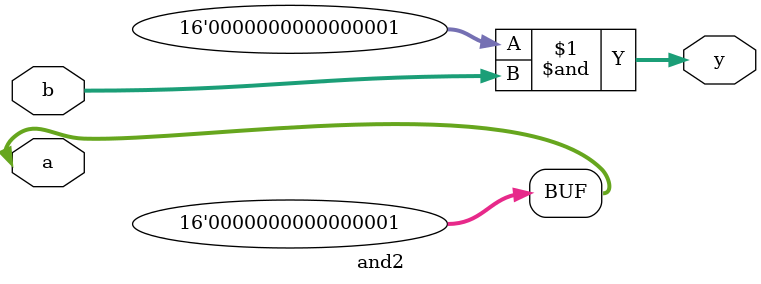
<source format=v>
`timescale 1ns / 1ps
module and2(y,a,b);
input[15:0] b;
input[15:0] a;
output[15:0] y;
assign a=1;
assign y=a&b;
endmodule

</source>
